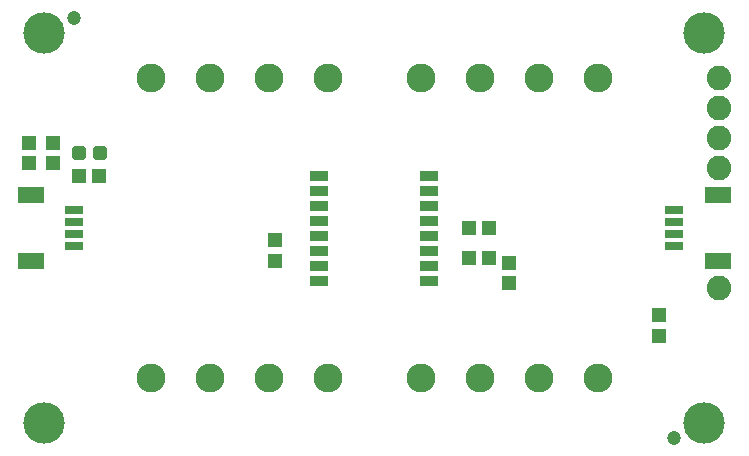
<source format=gts>
G04 EAGLE Gerber RS-274X export*
G75*
%MOMM*%
%FSLAX34Y34*%
%LPD*%
%INSoldermask Top*%
%IPPOS*%
%AMOC8*
5,1,8,0,0,1.08239X$1,22.5*%
G01*
%ADD10C,3.505200*%
%ADD11C,1.203200*%
%ADD12R,2.203200X1.403200*%
%ADD13R,1.553200X0.803200*%
%ADD14R,1.203200X1.303200*%
%ADD15R,1.600200X0.850900*%
%ADD16R,1.303200X1.203200*%
%ADD17C,2.453200*%
%ADD18C,0.505344*%
%ADD19C,2.082800*%


D10*
X25400Y25400D03*
X584200Y25400D03*
D11*
X558800Y12700D03*
X50800Y368300D03*
D12*
X14050Y218500D03*
X14050Y162500D03*
D13*
X50800Y205500D03*
X50800Y195500D03*
X50800Y185500D03*
X50800Y175500D03*
D14*
X220980Y162950D03*
X220980Y179950D03*
D12*
X595550Y162500D03*
X595550Y218500D03*
D13*
X558800Y175500D03*
X558800Y185500D03*
X558800Y195500D03*
X558800Y205500D03*
D14*
X33020Y245500D03*
X33020Y262500D03*
X12700Y245500D03*
X12700Y262500D03*
D15*
X351300Y146050D03*
X351300Y158750D03*
X351300Y171450D03*
X351300Y184150D03*
X351300Y196850D03*
X351300Y209550D03*
X351300Y222250D03*
X351300Y234950D03*
X258300Y234950D03*
X258300Y222250D03*
X258300Y209550D03*
X258300Y196850D03*
X258300Y184150D03*
X258300Y171450D03*
X258300Y158750D03*
X258300Y146050D03*
D16*
X402200Y190500D03*
X385200Y190500D03*
X402200Y165100D03*
X385200Y165100D03*
D14*
X419100Y160900D03*
X419100Y143900D03*
D10*
X584200Y355600D03*
X25400Y355600D03*
D14*
X546100Y116450D03*
X546100Y99450D03*
D17*
X494100Y63500D03*
X444100Y63500D03*
X394100Y63500D03*
X344100Y63500D03*
X344100Y317500D03*
X394100Y317500D03*
X444100Y317500D03*
X494100Y317500D03*
D16*
X55000Y234950D03*
X72000Y234950D03*
D18*
X68780Y250510D02*
X68780Y257490D01*
X75760Y257490D01*
X75760Y250510D01*
X68780Y250510D01*
X68780Y255310D02*
X75760Y255310D01*
X51240Y257490D02*
X51240Y250510D01*
X51240Y257490D02*
X58220Y257490D01*
X58220Y250510D01*
X51240Y250510D01*
X51240Y255310D02*
X58220Y255310D01*
D17*
X115500Y317500D03*
X165500Y317500D03*
X215500Y317500D03*
X265500Y317500D03*
X265500Y63500D03*
X215500Y63500D03*
X165500Y63500D03*
X115500Y63500D03*
D19*
X596900Y139700D03*
X596900Y241300D03*
X596900Y266700D03*
X596900Y292100D03*
X596900Y317500D03*
M02*

</source>
